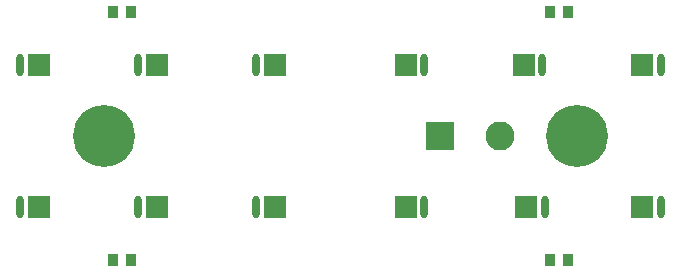
<source format=gts>
%FSLAX46Y46*%
G04 Gerber Fmt 4.6, Leading zero omitted, Abs format (unit mm)*
G04 Created by KiCad (PCBNEW (2014-jul-16 BZR unknown)-product) date Di 22 Jul 2014 17:33:52 CEST*
%MOMM*%
G01*
G04 APERTURE LIST*
%ADD10C,0.100000*%
%ADD11C,5.260000*%
%ADD12R,0.859440X1.057560*%
%ADD13O,0.675000X1.890000*%
%ADD14R,1.975000X1.890000*%
%ADD15R,2.460000X2.460000*%
%ADD16C,2.460000*%
G04 APERTURE END LIST*
D10*
D11*
X179000000Y-112000000D03*
X219000000Y-112000000D03*
D12*
X216710060Y-101500000D03*
X218289940Y-101500000D03*
X181289940Y-101500000D03*
X179710060Y-101500000D03*
X218289940Y-122500000D03*
X216710060Y-122500000D03*
X179710060Y-122500000D03*
X181289940Y-122500000D03*
D13*
X171892500Y-106000000D03*
D14*
X173457500Y-106000000D03*
D13*
X171892500Y-118000000D03*
D14*
X173457500Y-118000000D03*
D13*
X226107500Y-106000000D03*
D14*
X224542500Y-106000000D03*
D13*
X226107500Y-118000000D03*
D14*
X224542500Y-118000000D03*
D13*
X181892500Y-106000000D03*
D14*
X183457500Y-106000000D03*
D13*
X181892500Y-118000000D03*
D14*
X183457500Y-118000000D03*
D13*
X216107500Y-106000000D03*
D14*
X214542500Y-106000000D03*
D13*
X216307500Y-118000000D03*
D14*
X214742500Y-118000000D03*
D13*
X191892500Y-106000000D03*
D14*
X193457500Y-106000000D03*
D13*
X191892500Y-118000000D03*
D14*
X193457500Y-118000000D03*
D13*
X206107500Y-106000000D03*
D14*
X204542500Y-106000000D03*
D13*
X206107500Y-118000000D03*
D14*
X204542500Y-118000000D03*
D15*
X207460000Y-112000000D03*
D16*
X212540000Y-112000000D03*
M02*

</source>
